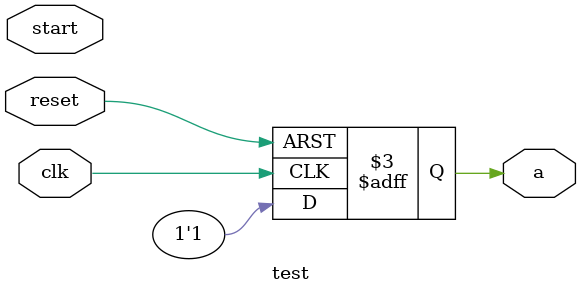
<source format=v>
`timescale 1ns / 1ps


module test(
    input clk,
    input  reset,
    input start,
    output reg a
    );
    
    always @(posedge clk or negedge reset) begin
        if(!reset)
            a <= 1'b0;
        else 
            a <= 1'b1;
    end
endmodule

</source>
